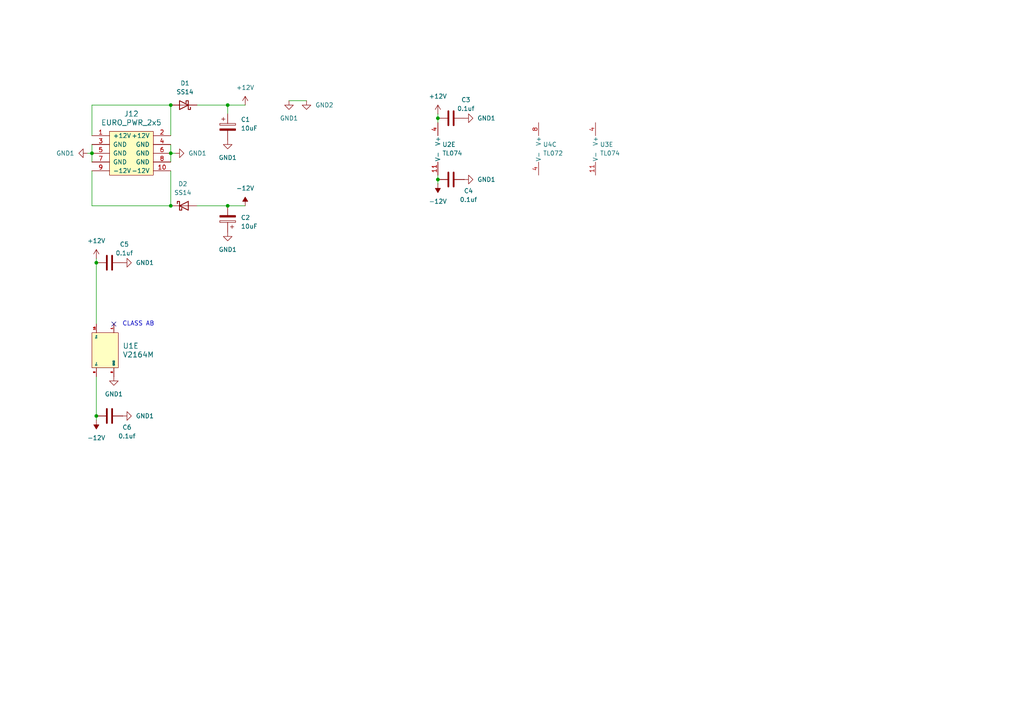
<source format=kicad_sch>
(kicad_sch (version 20231120) (generator "eeschema") (generator_version "8.0")
  (paper "A4")
  (lib_symbols
    (symbol "Device:C" (pin_numbers hide) (pin_names (offset 0.254))
      (property "Reference" "C" (at 0.635 2.54 0))
      (property "Value" "C" (at 0.635 -2.54 0))
      (symbol "C_0_1"
        (polyline (pts (xy -2.032 -0.762) (xy 2.032 -0.762)) (stroke (width 0.508)))
        (polyline (pts (xy -2.032 0.762) (xy 2.032 0.762)) (stroke (width 0.508)))
      )
      (symbol "C_1_1"
        (pin passive line (at 0 3.81 270) (length 2.794) (name "~") (number "1"))
        (pin passive line (at 0 -3.81 90) (length 2.794) (name "~") (number "2"))
      )
    )
    (symbol "Device:C_Polarized" (pin_numbers hide) (pin_names (offset 0.254))
      (property "Reference" "C" (at 0.635 2.54 0))
      (property "Value" "C_Polarized" (at 0.635 -2.54 0))
      (symbol "C_Polarized_0_1"
        (rectangle (start -2.286 0.508) (end 2.286 1.016))
        (polyline (pts (xy -1.778 2.286) (xy -0.762 2.286)))
        (polyline (pts (xy -1.27 2.794) (xy -1.27 1.778)))
        (rectangle (start 2.286 -0.508) (end -2.286 -1.016) (fill (type outline)))
      )
      (symbol "C_Polarized_1_1"
        (pin passive line (at 0 3.81 270) (length 2.794) (name "~") (number "1"))
        (pin passive line (at 0 -3.81 90) (length 2.794) (name "~") (number "2"))
      )
    )
    (symbol "Diode:SS14" (pin_numbers hide) (pin_names (offset 1.016) hide)
      (property "Reference" "D" (at 0 2.54 0))
      (property "Value" "SS14" (at 0 -2.54 0))
      (symbol "SS14_0_1"
        (polyline (pts (xy 1.27 0) (xy -1.27 0)))
        (polyline (pts (xy 1.27 1.27) (xy 1.27 -1.27) (xy -1.27 0) (xy 1.27 1.27)) (stroke (width 0.254)))
        (polyline (pts (xy -1.905 0.635) (xy -1.905 1.27) (xy -1.27 1.27) (xy -1.27 -1.27) (xy -0.635 -1.27) (xy -0.635 -0.635)) (stroke (width 0.254)))
      )
      (symbol "SS14_1_1"
        (pin passive line (at -3.81 0 0) (length 2.54) (name "K") (number "1"))
        (pin passive line (at 3.81 0 180) (length 2.54) (name "A") (number "2"))
      )
    )
    (symbol "KitsBlips:TL072" (pin_names (offset 0.127))
      (property "Reference" "U" (at 0 5.08 0))
      (property "Value" "TL072" (at 0 -5.08 0))
      (symbol "TL072_1_1"
        (polyline (pts (xy -5.08 5.08) (xy 5.08 0) (xy -5.08 -5.08) (xy -5.08 5.08)) (stroke (width 0.254)) (fill (type background)))
        (pin output line (at 7.62 0 180) (length 2.54) (name "~") (number "1"))
        (pin input line (at -7.62 -2.54 0) (length 2.54) (name "-") (number "2"))
        (pin input line (at -7.62 2.54 0) (length 2.54) (name "+") (number "3"))
      )
      (symbol "TL072_2_1"
        (polyline (pts (xy -5.08 5.08) (xy 5.08 0) (xy -5.08 -5.08) (xy -5.08 5.08)) (stroke (width 0.254)) (fill (type background)))
        (pin input line (at -7.62 2.54 0) (length 2.54) (name "+") (number "5"))
        (pin input line (at -7.62 -2.54 0) (length 2.54) (name "-") (number "6"))
        (pin output line (at 7.62 0 180) (length 2.54) (name "~") (number "7"))
      )
      (symbol "TL072_3_1"
        (pin power_in line (at -2.54 -7.62 90) (length 3.81) (name "V-") (number "4"))
        (pin power_in line (at -2.54 7.62 270) (length 3.81) (name "V+") (number "8"))
      )
    )
    (symbol "KitsBlips:TL074" (pin_names (offset 0.127))
      (property "Reference" "U" (at 0 5.08 0))
      (property "Value" "TL074" (at 0 -5.08 0))
      (symbol "TL074_1_1"
        (polyline (pts (xy -5.08 5.08) (xy 5.08 0) (xy -5.08 -5.08) (xy -5.08 5.08)) (stroke (width 0.254)) (fill (type background)))
        (pin output line (at 7.62 0 180) (length 2.54) (name "~") (number "1"))
        (pin input line (at -7.62 -2.54 0) (length 2.54) (name "-") (number "2"))
        (pin input line (at -7.62 2.54 0) (length 2.54) (name "+") (number "3"))
      )
      (symbol "TL074_2_1"
        (polyline (pts (xy -5.08 5.08) (xy 5.08 0) (xy -5.08 -5.08) (xy -5.08 5.08)) (stroke (width 0.254)) (fill (type background)))
        (pin input line (at -7.62 2.54 0) (length 2.54) (name "+") (number "5"))
        (pin input line (at -7.62 -2.54 0) (length 2.54) (name "-") (number "6"))
        (pin output line (at 7.62 0 180) (length 2.54) (name "~") (number "7"))
      )
      (symbol "TL074_3_1"
        (polyline (pts (xy -5.08 5.08) (xy 5.08 0) (xy -5.08 -5.08) (xy -5.08 5.08)) (stroke (width 0.254)) (fill (type background)))
        (pin input line (at -7.62 2.54 0) (length 2.54) (name "+") (number "10"))
        (pin output line (at 7.62 0 180) (length 2.54) (name "~") (number "8"))
        (pin input line (at -7.62 -2.54 0) (length 2.54) (name "-") (number "9"))
      )
      (symbol "TL074_4_1"
        (polyline (pts (xy -5.08 5.08) (xy 5.08 0) (xy -5.08 -5.08) (xy -5.08 5.08)) (stroke (width 0.254)) (fill (type background)))
        (pin input line (at -7.62 2.54 0) (length 2.54) (name "+") (number "12"))
        (pin input line (at -7.62 -2.54 0) (length 2.54) (name "-") (number "13"))
        (pin output line (at 7.62 0 180) (length 2.54) (name "~") (number "14"))
      )
      (symbol "TL074_5_1"
        (pin power_in line (at -2.54 -7.62 90) (length 3.81) (name "V-") (number "11"))
        (pin power_in line (at -2.54 7.62 270) (length 3.81) (name "V+") (number "4"))
      )
    )
    (symbol "PCM_4ms_IC:V2164M"
      (property "Reference" "U" (at 3.81 2.54 0))
      (property "Value" "V2164M" (at 5.08 -2.54 0))
      (symbol "V2164M_1_1"
        (rectangle (start -5.08 5.08) (end -7.62 -5.08) (fill (type background)))
        (polyline (pts (xy -7.62 -5.08) (xy -5.08 5.08)))
        (polyline (pts (xy -7.62 5.08) (xy -5.08 -5.08)))
        (polyline (pts (xy -6.35 -5.08) (xy -6.35 -6.35)))
        (polyline (pts (xy -5.08 5.08) (xy 5.08 0) (xy -5.08 -5.08) (xy -5.08 5.08)) (stroke (width 0.1524)) (fill (type background)))
        (pin input line (at -12.7 0 0) (length 5.08) (name "~") (number "2"))
        (pin input line (at -12.7 -6.35 0) (length 6.35) (name "~") (number "3"))
        (pin output line (at 10.16 0 180) (length 5.08) (name "~") (number "4"))
      )
      (symbol "V2164M_2_1"
        (rectangle (start -5.08 5.08) (end -7.62 -5.08) (fill (type background)))
        (polyline (pts (xy -7.62 -5.08) (xy -5.08 5.08)))
        (polyline (pts (xy -7.62 5.08) (xy -5.08 -5.08)))
        (polyline (pts (xy -6.35 -5.08) (xy -6.35 -6.35)))
        (polyline (pts (xy -5.08 5.08) (xy 5.08 0) (xy -5.08 -5.08) (xy -5.08 5.08)) (stroke (width 0.1524)) (fill (type background)))
        (pin output line (at 10.16 0 180) (length 5.08) (name "~") (number "5"))
        (pin input line (at -12.7 -6.35 0) (length 6.35) (name "~") (number "6"))
        (pin input line (at -12.7 0 0) (length 5.08) (name "~") (number "7"))
      )
      (symbol "V2164M_3_1"
        (rectangle (start -5.08 5.08) (end -7.62 -5.08) (fill (type background)))
        (polyline (pts (xy -7.62 -5.08) (xy -5.08 5.08)))
        (polyline (pts (xy -7.62 5.08) (xy -5.08 -5.08)))
        (polyline (pts (xy -6.35 -5.08) (xy -6.35 -6.35)))
        (polyline (pts (xy -5.08 5.08) (xy 5.08 0) (xy -5.08 -5.08) (xy -5.08 5.08)) (stroke (width 0.1524)) (fill (type background)))
        (pin input line (at -12.7 0 0) (length 5.08) (name "~") (number "10"))
        (pin input line (at -12.7 -6.35 0) (length 6.35) (name "~") (number "11"))
        (pin output line (at 10.16 0 180) (length 5.08) (name "~") (number "12"))
      )
      (symbol "V2164M_4_1"
        (rectangle (start -5.08 5.08) (end -7.62 -5.08) (fill (type background)))
        (polyline (pts (xy -7.62 -5.08) (xy -5.08 5.08)))
        (polyline (pts (xy -7.62 5.08) (xy -5.08 -5.08)))
        (polyline (pts (xy -6.35 -5.08) (xy -6.35 -6.35)))
        (polyline (pts (xy -5.08 5.08) (xy 5.08 0) (xy -5.08 -5.08) (xy -5.08 5.08)) (stroke (width 0.1524)) (fill (type background)))
        (pin output line (at 10.16 0 180) (length 5.08) (name "~") (number "13"))
        (pin input line (at -12.7 -6.35 0) (length 6.35) (name "~") (number "14"))
        (pin input line (at -12.7 0 0) (length 5.08) (name "~") (number "15"))
      )
      (symbol "V2164M_5_1"
        (rectangle (start 3.81 5.08) (end -3.81 -5.08) (fill (type background)))
        (pin power_in line (at 2.54 7.62 270) (length 2.54) (name "~") (number "1"))
        (pin power_in line (at -2.54 7.62 270) (length 2.54) (name "V+") (number "16"))
        (pin power_in line (at 2.54 -7.62 90) (length 2.54) (name "GND") (number "8"))
        (pin power_in line (at -2.54 -7.62 90) (length 2.54) (name "V-") (number "9"))
      )
    )
    (symbol "eurocad:EURO_PWR_2x5" (pin_names (offset 1.016))
      (property "Reference" "J" (at 0 -7.62 0))
      (property "Value" "EURO_PWR_2x5" (at 0 7.62 0))
      (symbol "EURO_PWR_2x5_0_1"
        (rectangle (start -6.35 6.35) (end 6.35 -6.35) (fill (type background)))
      )
      (symbol "EURO_PWR_2x5_1_1"
        (pin power_in line (at -11.43 5.08 0) (length 5.08) (name "+12V") (number "1"))
        (pin power_in line (at 11.43 -5.08 180) (length 5.08) (name "-12V") (number "10"))
        (pin power_in line (at 11.43 5.08 180) (length 5.08) (name "+12V") (number "2"))
        (pin power_in line (at -11.43 2.54 0) (length 5.08) (name "GND") (number "3"))
        (pin power_in line (at 11.43 2.54 180) (length 5.08) (name "GND") (number "4"))
        (pin power_in line (at -11.43 0 0) (length 5.08) (name "GND") (number "5"))
        (pin power_in line (at 11.43 0 180) (length 5.08) (name "GND") (number "6"))
        (pin power_in line (at -11.43 -2.54 0) (length 5.08) (name "GND") (number "7"))
        (pin power_in line (at 11.43 -2.54 180) (length 5.08) (name "GND") (number "8"))
        (pin power_in line (at -11.43 -5.08 0) (length 5.08) (name "-12V") (number "9"))
      )
    )
    (symbol "power:+12V" (power) (pin_numbers hide) (pin_names (offset 0) hide)
      (property "Value" "+12V" (at 0 3.556 0))
      (symbol "+12V_0_1"
        (polyline (pts (xy -0.762 1.27) (xy 0 2.54)))
        (polyline (pts (xy 0 0) (xy 0 2.54)))
        (polyline (pts (xy 0 2.54) (xy 0.762 1.27)))
      )
      (symbol "+12V_1_1"
        (pin power_in line (at 0 0 90) (length 0) (name "~") (number "1"))
      )
    )
    (symbol "power:-12V" (power) (pin_numbers hide) (pin_names (offset 0) hide)
      (property "Value" "-12V" (at 0 3.556 0))
      (symbol "-12V_0_0"
        (pin power_in line (at 0 0 90) (length 0) (name "~") (number "1"))
      )
      (symbol "-12V_0_1"
        (polyline (pts (xy 0 0) (xy 0 1.27) (xy 0.762 1.27) (xy 0 2.54) (xy -0.762 1.27) (xy 0 1.27)) (fill (type outline)))
      )
    )
    (symbol "power:GND1" (power) (pin_numbers hide) (pin_names (offset 0) hide)
      (property "Value" "GND1" (at 0 -3.81 0))
      (symbol "GND1_0_1"
        (polyline (pts (xy 0 0) (xy 0 -1.27) (xy 1.27 -1.27) (xy 0 -2.54) (xy -1.27 -1.27) (xy 0 -1.27)))
      )
      (symbol "GND1_1_1"
        (pin power_in line (at 0 0 270) (length 0) (name "~") (number "1"))
      )
    )
    (symbol "power:GND2" (power) (pin_numbers hide) (pin_names (offset 0) hide)
      (property "Value" "GND2" (at 0 -3.81 0))
      (symbol "GND2_0_1"
        (polyline (pts (xy 0 0) (xy 0 -1.27) (xy 1.27 -1.27) (xy 0 -2.54) (xy -1.27 -1.27) (xy 0 -1.27)))
      )
      (symbol "GND2_1_1"
        (pin power_in line (at 0 0 270) (length 0) (name "~") (number "1"))
      )
    )
  )
  (junction (at 127 52.07))
  (junction (at 49.53 59.69))
  (junction (at 27.94 76.2))
  (junction (at 27.94 120.65))
  (junction (at 26.67 44.45))
  (junction (at 66.04 30.48))
  (junction (at 127 34.29))
  (junction (at 49.53 44.45))
  (junction (at 66.04 59.69))
  (junction (at 49.53 30.48))
  (no_connect (at 33.02 93.98))
  (wire (pts (xy 49.53 41.91) (xy 49.53 44.45)))
  (wire (pts (xy 26.67 44.45) (xy 26.67 46.99)))
  (wire (pts (xy 127 34.29) (xy 127 35.56)))
  (wire (pts (xy 26.67 49.53) (xy 26.67 59.69)))
  (wire (pts (xy 26.67 44.45) (xy 25.4 44.45)))
  (wire (pts (xy 27.94 121.92) (xy 27.94 120.65)))
  (wire (pts (xy 49.53 39.37) (xy 49.53 30.48)))
  (wire (pts (xy 127 53.34) (xy 127 52.07)))
  (wire (pts (xy 57.15 59.69) (xy 66.04 59.69)))
  (wire (pts (xy 127 52.07) (xy 127 50.8)))
  (wire (pts (xy 27.94 76.2) (xy 27.94 93.98)))
  (wire (pts (xy 26.67 41.91) (xy 26.67 44.45)))
  (wire (pts (xy 66.04 30.48) (xy 66.04 33.02)))
  (wire (pts (xy 83.82 29.21) (xy 88.9 29.21)))
  (wire (pts (xy 26.67 30.48) (xy 49.53 30.48)))
  (wire (pts (xy 50.8 44.45) (xy 49.53 44.45)))
  (wire (pts (xy 26.67 59.69) (xy 49.53 59.69)))
  (wire (pts (xy 66.04 59.69) (xy 71.12 59.69)))
  (wire (pts (xy 66.04 30.48) (xy 71.12 30.48)))
  (wire (pts (xy 57.15 30.48) (xy 66.04 30.48)))
  (wire (pts (xy 27.94 109.22) (xy 27.94 120.65)))
  (wire (pts (xy 49.53 49.53) (xy 49.53 59.69)))
  (wire (pts (xy 127 33.02) (xy 127 34.29)))
  (wire (pts (xy 26.67 39.37) (xy 26.67 30.48)))
  (wire (pts (xy 49.53 44.45) (xy 49.53 46.99)))
  (wire (pts (xy 27.94 74.93) (xy 27.94 76.2)))
  (text "CLASS AB\n" (at 40.132 93.98 0) (effects (font (size 1.27 1.27))))
  (symbol (lib_id "power:GND1") (at 66.04 67.31 0) (unit 1)
    (property "Reference" "#PWR026" (effects (hide yes)))
    (property "Value" "GND1" (at 66.04 72.39 0))
    (property "Description" "Power symbol creates a global label with name \"GND1\" , ground" (effects (hide yes)))
  )
  (symbol (lib_id "Diode:SS14") (at 53.34 59.69 0) (unit 1)
    (property "Reference" "D2" (at 53.0225 53.34 0))
    (property "Value" "SS14" (at 53.0225 55.88 0))
    (property "Footprint" "Diode_SMD:D_SMA" (effects (hide yes)))
    (property "Datasheet" "https://www.vishay.com/docs/88746/ss12.pdf" (effects (hide yes)))
    (property "Description" "40V 1A Schottky Diode, SMA" (effects (hide yes)))
  )
  (symbol (lib_id "power:-12V") (at 27.94 121.92 180) (unit 1)
    (property "Reference" "#PWR036" (effects (hide yes)))
    (property "Value" "-12V" (at 27.94 127 0))
    (property "Description" "Power symbol creates a global label with name \"-12V\"" (effects (hide yes)))
  )
  (symbol (lib_id "Diode:SS14") (at 53.34 30.48 180) (unit 1)
    (property "Reference" "D1" (at 53.6575 24.13 0))
    (property "Value" "SS14" (at 53.6575 26.67 0))
    (property "Footprint" "Diode_SMD:D_SMA" (effects (hide yes)))
    (property "Datasheet" "https://www.vishay.com/docs/88746/ss12.pdf" (effects (hide yes)))
    (property "Description" "40V 1A Schottky Diode, SMA" (effects (hide yes)))
  )
  (symbol (lib_id "power:+12V") (at 127 33.02 0) (unit 1)
    (property "Reference" "#PWR029" (effects (hide yes)))
    (property "Value" "+12V" (at 127 27.94 0))
    (property "Description" "Power symbol creates a global label with name \"+12V\"" (effects (hide yes)))
  )
  (symbol (lib_id "power:GND1") (at 35.56 76.2 90) (unit 1)
    (property "Reference" "#PWR051" (effects (hide yes)))
    (property "Value" "GND1" (at 39.37 76.1999 90) (effects (justify right)))
    (property "Description" "Power symbol creates a global label with name \"GND1\" , ground" (effects (hide yes)))
  )
  (symbol (lib_id "power:+12V") (at 27.94 74.93 0) (unit 1)
    (property "Reference" "#PWR032" (effects (hide yes)))
    (property "Value" "+12V" (at 27.94 69.85 0))
    (property "Description" "Power symbol creates a global label with name \"+12V\"" (effects (hide yes)))
  )
  (symbol (lib_id "power:GND1") (at 134.62 34.29 90) (unit 1)
    (property "Reference" "#PWR033" (effects (hide yes)))
    (property "Value" "GND1" (at 138.43 34.2899 90) (effects (justify right)))
    (property "Description" "Power symbol creates a global label with name \"GND1\" , ground" (effects (hide yes)))
  )
  (symbol (lib_id "Device:C") (at 130.81 52.07 90) (unit 1)
    (property "Reference" "C4" (at 135.89 55.372 90))
    (property "Value" "0.1uf" (at 135.89 57.912 90))
    (property "Footprint" "Capacitor_THT:C_Disc_D6.0mm_W2.5mm_P5.00mm" (effects (hide yes)))
    (property "Description" "Unpolarized capacitor" (effects (hide yes)))
  )
  (symbol (lib_id "power:GND1") (at 35.56 120.65 90) (unit 1)
    (property "Reference" "#PWR050" (effects (hide yes)))
    (property "Value" "GND1" (at 39.37 120.6499 90) (effects (justify right)))
    (property "Description" "Power symbol creates a global label with name \"GND1\" , ground" (effects (hide yes)))
  )
  (symbol (lib_id "KitsBlips:TL074") (at 175.26 43.18 0) (unit 5)
    (property "Reference" "U3" (at 173.99 41.9099 0) (effects (justify left)))
    (property "Value" "TL074" (at 173.99 44.4499 0) (effects (justify left)))
    (property "Footprint" "Package_DIP:DIP-14_W7.62mm_Socket" (effects (hide yes)))
    (property "Datasheet" "http://www.ti.com/lit/ds/symlink/tl071.pdf" (effects (hide yes)))
    (property "Description" "Quad Low-Noise JFET-Input Operational Amplifiers, DIP-14/SOIC-14" (effects (hide yes)))
  )
  (symbol (lib_id "eurocad:EURO_PWR_2x5") (at 38.1 44.45 0) (unit 1)
    (property "Reference" "J12" (at 38.1 33.02 0) (effects (font (size 1.524 1.524))))
    (property "Value" "EURO_PWR_2x5" (at 38.1 35.56 0) (effects (font (size 1.524 1.524))))
    (property "Footprint" "KitsBlips:Pins_2x05_2.54mm_TH_Europower_shrouded" (effects (hide yes)))
  )
  (symbol (lib_id "Device:C_Polarized") (at 66.04 63.5 180) (unit 1)
    (property "Reference" "C2" (at 69.85 63.1189 0) (effects (justify right)))
    (property "Value" "10uF" (at 69.85 65.6589 0) (effects (justify right)))
    (property "Footprint" "KitsBlips:CP_Radial_P2.5mm" (effects (hide yes)))
    (property "Description" "Polarized capacitor" (effects (hide yes)))
  )
  (symbol (lib_id "power:-12V") (at 127 53.34 180) (unit 1)
    (property "Reference" "#PWR031" (effects (hide yes)))
    (property "Value" "-12V" (at 127 58.42 0))
    (property "Description" "Power symbol creates a global label with name \"-12V\"" (effects (hide yes)))
  )
  (symbol (lib_id "Device:C") (at 31.75 76.2 90) (unit 1)
    (property "Reference" "C5" (at 36.068 70.866 90))
    (property "Value" "0.1uf" (at 36.068 73.406 90))
    (property "Footprint" "Capacitor_THT:C_Disc_D6.0mm_W2.5mm_P5.00mm" (effects (hide yes)))
    (property "Description" "Unpolarized capacitor" (effects (hide yes)))
  )
  (symbol (lib_id "power:-12V") (at 71.12 59.69 0) (unit 1)
    (property "Reference" "#PWR034" (effects (hide yes)))
    (property "Value" "-12V" (at 71.12 54.61 0))
    (property "Description" "Power symbol creates a global label with name \"-12V\"" (effects (hide yes)))
  )
  (symbol (lib_id "power:GND2") (at 88.9 29.21 0) (unit 1)
    (property "Reference" "#PWR06" (effects (hide yes)))
    (property "Value" "GND2" (at 91.44 30.4799 0) (effects (justify left)))
    (property "Description" "Power symbol creates a global label with name \"GND2\" , ground" (effects (hide yes)))
  )
  (symbol (lib_id "power:GND1") (at 25.4 44.45 270) (unit 1)
    (property "Reference" "#PWR01" (effects (hide yes)))
    (property "Value" "GND1" (at 21.59 44.4499 90) (effects (justify right)))
    (property "Description" "Power symbol creates a global label with name \"GND1\" , ground" (effects (hide yes)))
  )
  (symbol (lib_id "KitsBlips:TL074") (at 129.54 43.18 0) (unit 5)
    (property "Reference" "U2" (at 128.27 41.9099 0) (effects (justify left)))
    (property "Value" "TL074" (at 128.27 44.4499 0) (effects (justify left)))
    (property "Footprint" "Package_DIP:DIP-14_W7.62mm_Socket" (effects (hide yes)))
    (property "Datasheet" "http://www.ti.com/lit/ds/symlink/tl071.pdf" (effects (hide yes)))
    (property "Description" "Quad Low-Noise JFET-Input Operational Amplifiers, DIP-14/SOIC-14" (effects (hide yes)))
  )
  (symbol (lib_id "power:GND1") (at 50.8 44.45 90) (unit 1)
    (property "Reference" "#PWR02" (effects (hide yes)))
    (property "Value" "GND1" (at 54.61 44.4499 90) (effects (justify right)))
    (property "Description" "Power symbol creates a global label with name \"GND1\" , ground" (effects (hide yes)))
  )
  (symbol (lib_id "power:GND1") (at 83.82 29.21 0) (unit 1)
    (property "Reference" "#PWR054" (effects (hide yes)))
    (property "Value" "GND1" (at 83.82 34.29 0))
    (property "Description" "Power symbol creates a global label with name \"GND1\" , ground" (effects (hide yes)))
  )
  (symbol (lib_id "KitsBlips:TL072") (at 158.75 43.18 0) (unit 3)
    (property "Reference" "U4" (at 157.48 41.9099 0) (effects (justify left)))
    (property "Value" "TL072" (at 157.48 44.4499 0) (effects (justify left)))
    (property "Footprint" "Package_DIP:DIP-8_W7.62mm_Socket" (effects (hide yes)))
    (property "Datasheet" "http://www.ti.com/lit/ds/symlink/tl071.pdf" (effects (hide yes)))
    (property "Description" "Dual Low-Noise JFET-Input Operational Amplifiers, DIP-8/SOIC-8" (effects (hide yes)))
  )
  (symbol (lib_id "Device:C") (at 31.75 120.65 90) (unit 1)
    (property "Reference" "C6" (at 36.83 123.952 90))
    (property "Value" "0.1uf" (at 36.83 126.492 90))
    (property "Footprint" "Capacitor_THT:C_Disc_D6.0mm_W2.5mm_P5.00mm" (effects (hide yes)))
    (property "Description" "Unpolarized capacitor" (effects (hide yes)))
  )
  (symbol (lib_id "Device:C_Polarized") (at 66.04 36.83 0) (unit 1)
    (property "Reference" "C1" (at 69.85 34.6709 0) (effects (justify left)))
    (property "Value" "10uF" (at 69.85 37.2109 0) (effects (justify left)))
    (property "Footprint" "KitsBlips:CP_Radial_P2.5mm" (effects (hide yes)))
    (property "Description" "Polarized capacitor" (effects (hide yes)))
  )
  (symbol (lib_id "PCM_4ms_IC:V2164M") (at 30.48 101.6 0) (unit 5)
    (property "Reference" "U1" (at 35.56 100.3299 0) (effects (font (size 1.524 1.524)) (justify left)))
    (property "Value" "V2164M" (at 35.56 102.8699 0) (effects (font (size 1.524 1.524)) (justify left)))
    (property "Footprint" "Package_DIP:DIP-16_W7.62mm_Socket" (effects (hide yes)))
    (property "Datasheet" "https://www.coolaudio.com/docs/COOLAUDIO_V2164MD_DATASHEET.pdf" (effects (hide yes)))
    (property "Description" "V2164 Quad VCA" (effects (hide yes)))
  )
  (symbol (lib_id "power:+12V") (at 71.12 30.48 0) (unit 1)
    (property "Reference" "#PWR030" (effects (hide yes)))
    (property "Value" "+12V" (at 71.12 25.4 0))
    (property "Description" "Power symbol creates a global label with name \"+12V\"" (effects (hide yes)))
  )
  (symbol (lib_id "power:GND1") (at 33.02 109.22 0) (unit 1)
    (property "Reference" "#PWR03" (effects (hide yes)))
    (property "Value" "GND1" (at 33.02 114.3 0))
    (property "Description" "Power symbol creates a global label with name \"GND1\" , ground" (effects (hide yes)))
  )
  (symbol (lib_id "power:GND1") (at 134.62 52.07 90) (unit 1)
    (property "Reference" "#PWR035" (effects (hide yes)))
    (property "Value" "GND1" (at 138.43 52.0699 90) (effects (justify right)))
    (property "Description" "Power symbol creates a global label with name \"GND1\" , ground" (effects (hide yes)))
  )
  (symbol (lib_id "power:GND1") (at 66.04 40.64 0) (unit 1)
    (property "Reference" "#PWR027" (effects (hide yes)))
    (property "Value" "GND1" (at 66.04 45.72 0))
    (property "Description" "Power symbol creates a global label with name \"GND1\" , ground" (effects (hide yes)))
  )
  (symbol (lib_id "Device:C") (at 130.81 34.29 90) (unit 1)
    (property "Reference" "C3" (at 135.128 28.956 90))
    (property "Value" "0.1uf" (at 135.128 31.496 90))
    (property "Footprint" "Capacitor_THT:C_Disc_D6.0mm_W2.5mm_P5.00mm" (effects (hide yes)))
    (property "Description" "Unpolarized capacitor" (effects (hide yes)))
  )
)
</source>
